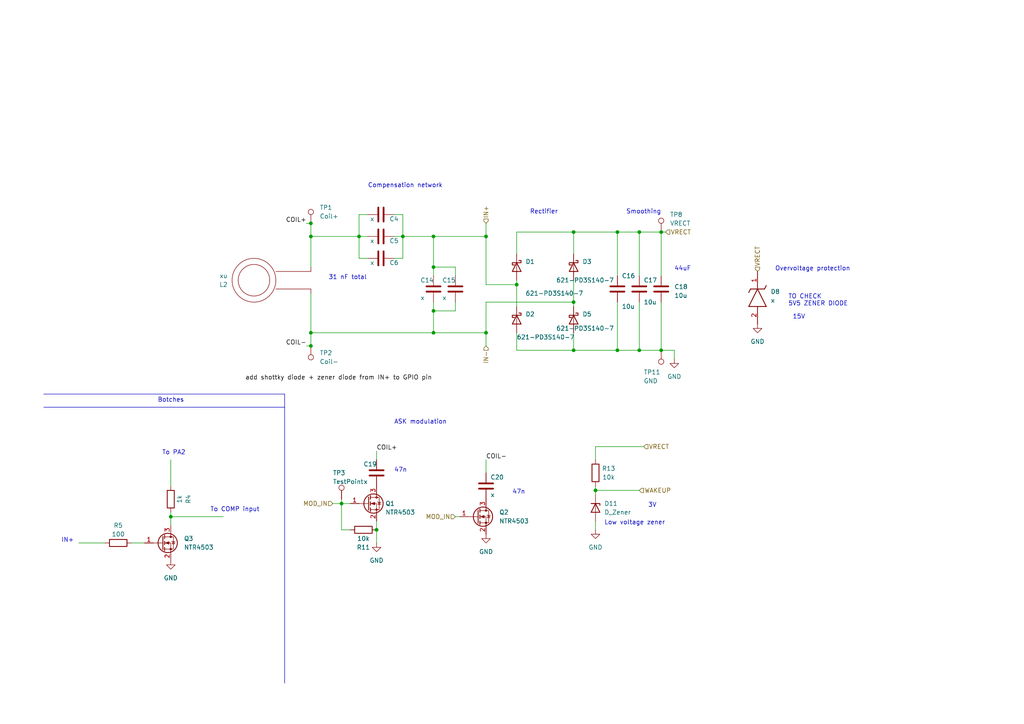
<source format=kicad_sch>
(kicad_sch (version 20231120) (generator "eeschema") (generator_version "8.0")
  (paper "A4")
  (lib_symbols
    (symbol "Connector:TestPoint" (pin_numbers hide) (pin_names (offset 0.762) hide)
      (property "Reference" "TP" (at 0 6.858 0))
      (property "Value" "TestPoint" (at 0 5.08 0))
      (symbol "TestPoint_0_1"
        (circle (center 0 3.302) (radius 0.762))
      )
      (symbol "TestPoint_1_1"
        (pin passive line (at 0 0 90) (length 2.54) (name "1") (number "1"))
      )
    )
    (symbol "D24V0S1U2TQ-7:D24V0S1U2TQ-7" (pin_names hide)
      (property "Reference" "D" (at 10.16 8.89 0))
      (property "Value" "D24V0S1U2TQ-7" (at 10.16 6.35 0))
      (symbol "D24V0S1U2TQ-7_1_1"
        (polyline (pts (xy 4.064 2.54) (xy 5.08 2.032)) (stroke (width 0.254)))
        (polyline (pts (xy 5.08 -2.032) (xy 5.08 2.032)) (stroke (width 0.254)))
        (polyline (pts (xy 5.08 -2.032) (xy 6.096 -2.54)) (stroke (width 0.254)))
        (polyline (pts (xy 5.08 0) (xy 10.16 2.54)) (stroke (width 0.254)))
        (polyline (pts (xy 10.16 -2.54) (xy 5.08 0)) (stroke (width 0.254)))
        (polyline (pts (xy 10.16 -2.54) (xy 10.16 2.54)) (stroke (width 0.254)))
        (pin passive line (at 0 0 0) (length 5.08) (name "K") (number "1"))
        (pin passive line (at 15.24 0 180) (length 5.08) (name "A") (number "2"))
      )
    )
    (symbol "Device:C" (pin_numbers hide) (pin_names (offset 0.254))
      (property "Reference" "C" (at 0.635 2.54 0))
      (property "Value" "C" (at 0.635 -2.54 0))
      (symbol "C_0_1"
        (polyline (pts (xy -2.032 -0.762) (xy 2.032 -0.762)) (stroke (width 0.508)))
        (polyline (pts (xy -2.032 0.762) (xy 2.032 0.762)) (stroke (width 0.508)))
      )
      (symbol "C_1_1"
        (pin passive line (at 0 3.81 270) (length 2.794) (name "~") (number "1"))
        (pin passive line (at 0 -3.81 90) (length 2.794) (name "~") (number "2"))
      )
    )
    (symbol "Device:D_Schottky" (pin_numbers hide) (pin_names (offset 1.016) hide)
      (property "Reference" "D" (at 0 2.54 0))
      (property "Value" "D_Schottky" (at 0 -2.54 0))
      (symbol "D_Schottky_0_1"
        (polyline (pts (xy 1.27 0) (xy -1.27 0)))
        (polyline (pts (xy 1.27 1.27) (xy 1.27 -1.27) (xy -1.27 0) (xy 1.27 1.27)) (stroke (width 0.254)))
        (polyline (pts (xy -1.905 0.635) (xy -1.905 1.27) (xy -1.27 1.27) (xy -1.27 -1.27) (xy -0.635 -1.27) (xy -0.635 -0.635)) (stroke (width 0.254)))
      )
      (symbol "D_Schottky_1_1"
        (pin passive line (at -3.81 0 0) (length 2.54) (name "K") (number "1"))
        (pin passive line (at 3.81 0 180) (length 2.54) (name "A") (number "2"))
      )
    )
    (symbol "Device:D_Zener" (pin_numbers hide) (pin_names (offset 1.016) hide)
      (property "Reference" "D" (at 0 2.54 0))
      (property "Value" "D_Zener" (at 0 -2.54 0))
      (symbol "D_Zener_0_1"
        (polyline (pts (xy 1.27 0) (xy -1.27 0)))
        (polyline (pts (xy -1.27 -1.27) (xy -1.27 1.27) (xy -0.762 1.27)) (stroke (width 0.254)))
        (polyline (pts (xy 1.27 -1.27) (xy 1.27 1.27) (xy -1.27 0) (xy 1.27 -1.27)) (stroke (width 0.254)))
      )
      (symbol "D_Zener_1_1"
        (pin passive line (at -3.81 0 0) (length 2.54) (name "K") (number "1"))
        (pin passive line (at 3.81 0 180) (length 2.54) (name "A") (number "2"))
      )
    )
    (symbol "Device:R" (pin_numbers hide) (pin_names (offset 0))
      (property "Reference" "R" (at 2.032 0 90))
      (property "Value" "R" (at 0 0 90))
      (symbol "R_0_1"
        (rectangle (start -1.016 -2.54) (end 1.016 2.54) (stroke (width 0.254)))
      )
      (symbol "R_1_1"
        (pin passive line (at 0 3.81 270) (length 1.27) (name "~") (number "1"))
        (pin passive line (at 0 -3.81 90) (length 1.27) (name "~") (number "2"))
      )
    )
    (symbol "L_1" (pin_numbers hide) (pin_names (offset 1.016) hide)
      (property "Reference" "L2" (at 25.4 1.27 0))
      (property "Value" "6.8u" (at 25.4 -1.27 0))
      (symbol "L_1_0_1"
        (polyline (pts (xy 0 -2.54) (xy 10.16 -2.54)))
        (polyline (pts (xy 0 2.54) (xy 10.16 2.54)))
        (circle (center 16.51 0) (radius 4.5791))
        (circle (center 16.51 0) (radius 6.35))
      )
      (symbol "L_1_1_1"
        (pin passive line (at 0 3.81 270) (length 1.27) (name "1") (number "1"))
        (pin passive line (at 0 -3.81 90) (length 1.27) (name "2") (number "2"))
      )
    )
    (symbol "Transistor_FET:BSS138" (pin_names hide)
      (property "Reference" "Q" (at 5.08 1.905 0))
      (property "Value" "BSS138" (at 5.08 0 0))
      (symbol "BSS138_0_1"
        (polyline (pts (xy 0.254 0) (xy -2.54 0)))
        (polyline (pts (xy 0.254 1.905) (xy 0.254 -1.905)) (stroke (width 0.254)))
        (polyline (pts (xy 0.762 -1.27) (xy 0.762 -2.286)) (stroke (width 0.254)))
        (polyline (pts (xy 0.762 0.508) (xy 0.762 -0.508)) (stroke (width 0.254)))
        (polyline (pts (xy 0.762 2.286) (xy 0.762 1.27)) (stroke (width 0.254)))
        (polyline (pts (xy 2.54 2.54) (xy 2.54 1.778)))
        (polyline (pts (xy 2.54 -2.54) (xy 2.54 0) (xy 0.762 0)))
        (polyline (pts (xy 0.762 -1.778) (xy 3.302 -1.778) (xy 3.302 1.778) (xy 0.762 1.778)))
        (polyline (pts (xy 1.016 0) (xy 2.032 0.381) (xy 2.032 -0.381) (xy 1.016 0)) (fill (type outline)))
        (polyline (pts (xy 2.794 0.508) (xy 2.921 0.381) (xy 3.683 0.381) (xy 3.81 0.254)))
        (polyline (pts (xy 3.302 0.381) (xy 2.921 -0.254) (xy 3.683 -0.254) (xy 3.302 0.381)))
        (circle (center 1.651 0) (radius 2.794) (stroke (width 0.254)))
        (circle (center 2.54 -1.778) (radius 0.254) (fill (type outline)))
        (circle (center 2.54 1.778) (radius 0.254) (fill (type outline)))
      )
      (symbol "BSS138_1_1"
        (pin input line (at -5.08 0 0) (length 2.54) (name "G") (number "1"))
        (pin passive line (at 2.54 -5.08 90) (length 2.54) (name "S") (number "2"))
        (pin passive line (at 2.54 5.08 270) (length 2.54) (name "D") (number "3"))
      )
    )
    (symbol "power:GND" (power) (pin_names (offset 0))
      (property "Value" "GND" (at 0 -3.81 0))
      (symbol "GND_0_1"
        (polyline (pts (xy 0 0) (xy 0 -1.27) (xy 1.27 -1.27) (xy 0 -2.54) (xy -1.27 -1.27) (xy 0 -1.27)))
      )
      (symbol "GND_1_1"
        (pin power_in line (at 0 0 270) (length 0) hide (name "GND") (number "1"))
      )
    )
  )
  (junction (at 90.17 96.52))
  (junction (at 99.06 146.05))
  (junction (at 125.73 90.17))
  (junction (at 125.73 96.52))
  (junction (at 166.37 87.63))
  (junction (at 90.17 68.58))
  (junction (at 104.14 68.58))
  (junction (at 179.07 67.31))
  (junction (at 49.53 149.86))
  (junction (at 166.37 67.31))
  (junction (at 125.73 68.58))
  (junction (at 191.77 101.6))
  (junction (at 140.97 68.58))
  (junction (at 185.42 101.6))
  (junction (at 166.37 101.6))
  (junction (at 172.72 142.24))
  (junction (at 185.42 67.31))
  (junction (at 90.17 64.77))
  (junction (at 116.84 68.58))
  (junction (at 109.22 153.67))
  (junction (at 149.86 82.55))
  (junction (at 179.07 101.6))
  (junction (at 191.77 67.31))
  (junction (at 125.73 77.47))
  (junction (at 140.97 96.52))
  (junction (at 90.17 100.33))
  (wire (pts (xy 22.86 157.48) (xy 30.48 157.48)))
  (wire (pts (xy 88.9 100.33) (xy 90.17 100.33)))
  (wire (pts (xy 172.72 129.54) (xy 172.72 133.35)))
  (wire (pts (xy 109.22 133.35) (xy 109.22 130.81)))
  (wire (pts (xy 99.06 146.05) (xy 101.6 146.05)))
  (wire (pts (xy 99.06 153.67) (xy 101.6 153.67)))
  (wire (pts (xy 90.17 100.33) (xy 90.17 96.52)))
  (wire (pts (xy 172.72 129.54) (xy 186.69 129.54)))
  (wire (pts (xy 125.73 87.63) (xy 125.73 90.17)))
  (wire (pts (xy 149.86 73.66) (xy 149.86 67.31)))
  (wire (pts (xy 116.84 62.23) (xy 114.3 62.23)))
  (wire (pts (xy 132.08 87.63) (xy 132.08 90.17)))
  (wire (pts (xy 90.17 96.52) (xy 90.17 85.09)))
  (wire (pts (xy 166.37 96.52) (xy 166.37 101.6)))
  (wire (pts (xy 125.73 90.17) (xy 125.73 96.52)))
  (wire (pts (xy 140.97 87.63) (xy 166.37 87.63)))
  (wire (pts (xy 149.86 82.55) (xy 149.86 88.9)))
  (wire (pts (xy 125.73 77.47) (xy 132.08 77.47)))
  (wire (pts (xy 114.3 68.58) (xy 116.84 68.58)))
  (wire (pts (xy 104.14 68.58) (xy 106.68 68.58)))
  (wire (pts (xy 179.07 101.6) (xy 185.42 101.6)))
  (wire (pts (xy 106.68 62.23) (xy 104.14 62.23)))
  (wire (pts (xy 116.84 68.58) (xy 125.73 68.58)))
  (polyline (pts (xy 82.55 114.3) (xy 12.7 114.3)))
  (wire (pts (xy 195.58 101.6) (xy 195.58 104.14)))
  (wire (pts (xy 166.37 67.31) (xy 166.37 73.66)))
  (wire (pts (xy 172.72 151.13) (xy 172.72 153.67)))
  (wire (pts (xy 104.14 74.93) (xy 106.68 74.93)))
  (wire (pts (xy 191.77 101.6) (xy 195.58 101.6)))
  (wire (pts (xy 49.53 133.35) (xy 49.53 140.97)))
  (wire (pts (xy 90.17 96.52) (xy 125.73 96.52)))
  (wire (pts (xy 99.06 144.78) (xy 99.06 146.05)))
  (wire (pts (xy 179.07 67.31) (xy 185.42 67.31)))
  (wire (pts (xy 104.14 68.58) (xy 104.14 74.93)))
  (wire (pts (xy 172.72 142.24) (xy 185.42 142.24)))
  (wire (pts (xy 140.97 96.52) (xy 140.97 87.63)))
  (wire (pts (xy 104.14 62.23) (xy 104.14 68.58)))
  (wire (pts (xy 149.86 81.28) (xy 149.86 82.55)))
  (wire (pts (xy 49.53 149.86) (xy 49.53 152.4)))
  (wire (pts (xy 114.3 74.93) (xy 116.84 74.93)))
  (wire (pts (xy 179.07 87.63) (xy 179.07 101.6)))
  (wire (pts (xy 166.37 67.31) (xy 179.07 67.31)))
  (wire (pts (xy 90.17 64.77) (xy 90.17 68.58)))
  (wire (pts (xy 116.84 68.58) (xy 116.84 62.23)))
  (wire (pts (xy 140.97 82.55) (xy 149.86 82.55)))
  (polyline (pts (xy 82.55 198.12) (xy 82.55 114.3)))
  (wire (pts (xy 99.06 146.05) (xy 96.52 146.05)))
  (wire (pts (xy 149.86 67.31) (xy 166.37 67.31)))
  (wire (pts (xy 185.42 87.63) (xy 185.42 101.6)))
  (wire (pts (xy 179.07 80.01) (xy 179.07 67.31)))
  (wire (pts (xy 185.42 80.01) (xy 185.42 67.31)))
  (wire (pts (xy 140.97 64.77) (xy 140.97 68.58)))
  (wire (pts (xy 88.9 64.77) (xy 90.17 64.77)))
  (wire (pts (xy 125.73 77.47) (xy 125.73 80.01)))
  (wire (pts (xy 149.86 101.6) (xy 166.37 101.6)))
  (wire (pts (xy 185.42 101.6) (xy 191.77 101.6)))
  (wire (pts (xy 125.73 96.52) (xy 140.97 96.52)))
  (wire (pts (xy 172.72 142.24) (xy 172.72 143.51)))
  (wire (pts (xy 140.97 68.58) (xy 140.97 82.55)))
  (wire (pts (xy 172.72 140.97) (xy 172.72 142.24)))
  (wire (pts (xy 166.37 81.28) (xy 166.37 87.63)))
  (wire (pts (xy 90.17 68.58) (xy 90.17 77.47)))
  (wire (pts (xy 109.22 153.67) (xy 109.22 151.13)))
  (wire (pts (xy 132.08 90.17) (xy 125.73 90.17)))
  (wire (pts (xy 116.84 74.93) (xy 116.84 68.58)))
  (wire (pts (xy 140.97 96.52) (xy 140.97 100.33)))
  (wire (pts (xy 185.42 67.31) (xy 191.77 67.31)))
  (wire (pts (xy 149.86 96.52) (xy 149.86 101.6)))
  (wire (pts (xy 49.53 149.86) (xy 64.77 149.86)))
  (wire (pts (xy 166.37 87.63) (xy 166.37 88.9)))
  (wire (pts (xy 191.77 87.63) (xy 191.77 101.6)))
  (wire (pts (xy 191.77 67.31) (xy 193.04 67.31)))
  (wire (pts (xy 99.06 146.05) (xy 99.06 153.67)))
  (wire (pts (xy 49.53 148.59) (xy 49.53 149.86)))
  (wire (pts (xy 166.37 101.6) (xy 179.07 101.6)))
  (wire (pts (xy 132.08 77.47) (xy 132.08 80.01)))
  (wire (pts (xy 132.08 149.86) (xy 133.35 149.86)))
  (wire (pts (xy 109.22 157.48) (xy 109.22 153.67)))
  (wire (pts (xy 38.1 157.48) (xy 41.91 157.48)))
  (wire (pts (xy 125.73 68.58) (xy 125.73 77.47)))
  (wire (pts (xy 125.73 68.58) (xy 140.97 68.58)))
  (polyline (pts (xy 12.7 118.11) (xy 82.55 118.11)))
  (wire (pts (xy 90.17 68.58) (xy 104.14 68.58)))
  (wire (pts (xy 140.97 137.16) (xy 140.97 133.35)))
  (wire (pts (xy 191.77 67.31) (xy 191.77 80.01)))
  (text "Botches" (at 45.72 116.84 0) (effects (font (size 1.27 1.27)) (justify left bottom)))
  (text "47n" (at 114.3 137.16 0) (effects (font (size 1.27 1.27)) (justify left bottom)))
  (text "47n" (at 148.59 143.51 0) (effects (font (size 1.27 1.27)) (justify left bottom)))
  (text "31 nF total" (at 95.25 81.28 0) (effects (font (size 1.27 1.27)) (justify left bottom)))
  (text "To COMP input" (at 60.96 148.59 0) (effects (font (size 1.27 1.27)) (justify left bottom)))
  (text "Low voltage zener" (at 175.26 152.4 0) (effects (font (size 1.27 1.27)) (justify left bottom)))
  (text "ASK modulation" (at 114.3 123.19 0) (effects (font (size 1.27 1.27)) (justify left bottom)))
  (text "IN+" (at 17.78 157.48 0) (effects (font (size 1.27 1.27)) (justify left bottom)))
  (text "Overvoltage protection" (at 224.79 78.74 0) (effects (font (size 1.27 1.27)) (justify left bottom)))
  (text "Rectifier" (at 153.67 62.23 0) (effects (font (size 1.27 1.27)) (justify left bottom)))
  (text "Compensation network" (at 106.68 54.61 0) (effects (font (size 1.27 1.27)) (justify left bottom)))
  (text "3V" (at 187.96 147.32 0) (effects (font (size 1.27 1.27)) (justify left bottom)))
  (text "To PA2" (at 46.99 132.08 0) (effects (font (size 1.27 1.27)) (justify left bottom)))
  (text "15V" (at 229.87 92.71 0) (effects (font (size 1.27 1.27)) (justify left bottom)))
  (text "44uF" (at 195.58 78.74 0) (effects (font (size 1.27 1.27)) (justify left bottom)))
  (text "Smoothing" (at 181.61 62.23 0) (effects (font (size 1.27 1.27)) (justify left bottom)))
  (text "TO CHECK\n5V5 ZENER DIODE" (at 228.6 88.9 0) (effects (font (size 1.27 1.27)) (justify left bottom)))
  (label "COIL-" (at 88.9 100.33 180))
  (label "add shottky diode + zener diode from IN+ to GPIO pin" (at 71.12 110.49 0))
  (label "COIL-" (at 140.97 133.35 0))
  (label "COIL+" (at 88.9 64.77 180))
  (label "COIL+" (at 109.22 130.81 0))
  (hierarchical_label "VRECT" (shape input) (at 219.71 78.74 90))
  (hierarchical_label "WAKEUP" (shape input) (at 185.42 142.24 0))
  (hierarchical_label "VRECT" (shape input) (at 193.04 67.31 0))
  (hierarchical_label "IN+" (shape input) (at 140.97 64.77 90))
  (hierarchical_label "MOD_IN" (shape input) (at 132.08 149.86 180))
  (hierarchical_label "MOD_IN" (shape input) (at 96.52 146.05 180))
  (hierarchical_label "VRECT" (shape input) (at 186.69 129.54 0))
  (hierarchical_label "IN-" (shape input) (at 140.97 100.33 270))
  (symbol (lib_id "Device:C") (at 191.77 83.82 0) (unit 1)
    (property "Reference" "C18" (at 195.58 83.185 0) (effects (justify left)))
    (property "Value" "10u" (at 195.58 85.725 0) (effects (justify left)))
    (property "Footprint" "Capacitor_SMD:C_0603_1608Metric_Pad1.08x0.95mm_HandSolder" (effects (hide yes)))
  )
  (symbol (lib_id "Device:R") (at 34.29 157.48 270) (unit 1)
    (property "Reference" "R5" (at 34.29 152.4 90))
    (property "Value" "100" (at 34.29 154.94 90))
    (property "Footprint" "Resistor_SMD:R_0603_1608Metric_Pad0.98x0.95mm_HandSolder" (effects (hide yes)))
  )
  (symbol (lib_id "Device:D_Schottky") (at 166.37 77.47 270) (unit 1)
    (property "Reference" "D3" (at 168.91 75.8825 90) (effects (justify left)))
    (property "Value" "621-PD3S140-7" (at 161.29 81.28 90) (effects (justify left)))
    (property "Footprint" "Diode_SMD:D_SOD-323_HandSoldering" (effects (hide yes)))
  )
  (symbol (lib_id "Device:D_Zener") (at 172.72 147.32 270) (unit 1)
    (property "Reference" "D11" (at 175.26 146.05 90) (effects (justify left)))
    (property "Value" "D_Zener" (at 175.26 148.59 90) (effects (justify left)))
    (property "Footprint" "Diode_SMD:D_SOD-523" (effects (hide yes)))
  )
  (symbol (lib_id "Device:C") (at 109.22 137.16 0) (unit 1)
    (property "Reference" "C19" (at 105.41 134.62 0) (effects (justify left)))
    (property "Value" "x" (at 105.41 139.7 0) (effects (justify left)))
    (property "Footprint" "Capacitor_SMD:C_0603_1608Metric_Pad1.08x0.95mm_HandSolder" (effects (hide yes)))
  )
  (symbol (lib_id "Device:C") (at 140.97 140.97 0) (unit 1)
    (property "Reference" "C20" (at 142.24 138.43 0) (effects (justify left)))
    (property "Value" "x" (at 142.24 143.51 0) (effects (justify left)))
    (property "Footprint" "Capacitor_SMD:C_0603_1608Metric_Pad1.08x0.95mm_HandSolder" (effects (hide yes)))
  )
  (symbol (lib_id "Device:D_Schottky") (at 149.86 92.71 270) (unit 1)
    (property "Reference" "D2" (at 152.4 91.1225 90) (effects (justify left)))
    (property "Value" "621-PD3S140-7" (at 149.86 97.79 90) (effects (justify left)))
    (property "Footprint" "Diode_SMD:D_SOD-323_HandSoldering" (effects (hide yes)))
  )
  (symbol (lib_id "power:GND") (at 49.53 162.56 0) (unit 1)
    (property "Reference" "#PWR06" (effects (hide yes)))
    (property "Value" "GND" (at 49.53 167.64 0))
  )
  (symbol (lib_id "Device:D_Schottky") (at 149.86 77.47 270) (unit 1)
    (property "Reference" "D1" (at 152.4 75.8825 90) (effects (justify left)))
    (property "Value" "621-PD3S140-7" (at 152.4 85.09 90) (effects (justify left)))
    (property "Footprint" "Diode_SMD:D_SOD-323_HandSoldering" (effects (hide yes)))
  )
  (symbol (lib_id "D24V0S1U2TQ-7:D24V0S1U2TQ-7") (at 219.71 78.74 270) (unit 1)
    (property "Reference" "D8" (at 223.52 84.582 90) (effects (justify left)))
    (property "Value" "x" (at 223.52 87.122 90) (effects (justify left)))
    (property "Footprint" "Diode_SMD:D_SOD-323_HandSoldering" (effects (hide yes)))
    (property "Datasheet" "https://www.diodes.com/assets/Datasheets/D24V0S1U2TQ.pdf" (effects (hide yes)))
    (property "Height" "0" (effects (hide yes)))
    (property "Mouser Part Number" "621-D24V0S1U2TQ-7" (effects (hide yes)))
    (property "Mouser Price/Stock" "https://www.mouser.co.uk/ProductDetail/Diodes-Incorporated/D24V0S1U2TQ-7?qs=Cb2nCFKsA8qKUfOVQ93XsQ%3D%3D" (effects (hide yes)))
    (property "Manufacturer_Name" "Diodes Incorporated" (effects (hide yes)))
    (property "Manufacturer_Part_Number" "D24V0S1U2TQ-7" (effects (hide yes)))
  )
  (symbol (lib_id "Connector:TestPoint") (at 191.77 101.6 180) (unit 1)
    (property "Reference" "TP11" (at 186.69 107.95 0) (effects (justify right)))
    (property "Value" "GND" (at 186.69 110.49 0) (effects (justify right)))
    (property "Footprint" "TestPoint:TestPoint_THTPad_2.5x2.5mm_Drill1.2mm" (effects (hide yes)))
  )
  (symbol (lib_id "Device:C") (at 179.07 83.82 0) (unit 1)
    (property "Reference" "C16" (at 180.34 80.01 0) (effects (justify left)))
    (property "Value" "10u" (at 180.34 88.9 0) (effects (justify left)))
    (property "Footprint" "Capacitor_SMD:C_0603_1608Metric_Pad1.08x0.95mm_HandSolder" (effects (hide yes)))
  )
  (symbol (lib_id "Device:C") (at 110.49 62.23 90) (unit 1)
    (property "Reference" "C4" (at 114.3 63.5 90))
    (property "Value" "x" (at 107.95 63.5 90))
    (property "Footprint" "Capacitor_SMD:C_0805_2012Metric_Pad1.18x1.45mm_HandSolder" (effects (hide yes)))
  )
  (symbol (lib_id "Device:R") (at 49.53 144.78 180) (unit 1)
    (property "Reference" "R4" (at 54.61 144.78 90))
    (property "Value" "1k" (at 52.07 144.78 90))
    (property "Footprint" "Resistor_SMD:R_0603_1608Metric_Pad0.98x0.95mm_HandSolder" (effects (hide yes)))
  )
  (symbol (lib_id "Device:C") (at 125.73 83.82 0) (unit 1)
    (property "Reference" "C14" (at 121.92 81.28 0) (effects (justify left)))
    (property "Value" "x" (at 121.92 86.36 0) (effects (justify left)))
    (property "Footprint" "Capacitor_SMD:C_0805_2012Metric_Pad1.18x1.45mm_HandSolder" (effects (hide yes)))
  )
  (symbol (lib_id "Transistor_FET:BSS138") (at 138.43 149.86 0) (unit 1)
    (property "Reference" "Q2" (at 144.78 148.59 0) (effects (justify left)))
    (property "Value" "NTR4503" (at 144.78 151.13 0) (effects (justify left)))
    (property "Footprint" "Package_TO_SOT_SMD:SOT-23" (effects (hide yes)))
    (property "Datasheet" "https://www.onsemi.com/pub/Collateral/BSS138-D.PDF" (effects (hide yes)))
  )
  (symbol (lib_id "Connector:TestPoint") (at 90.17 100.33 180) (unit 1)
    (property "Reference" "TP2" (at 92.71 102.362 0) (effects (justify right)))
    (property "Value" "Coil-" (at 92.71 104.902 0) (effects (justify right)))
    (property "Footprint" "TestPoint:TestPoint_THTPad_2.5x2.5mm_Drill1.2mm" (effects (hide yes)))
  )
  (symbol (lib_id "Device:D_Schottky") (at 166.37 92.71 270) (unit 1)
    (property "Reference" "D5" (at 168.91 91.1225 90) (effects (justify left)))
    (property "Value" "621-PD3S140-7" (at 161.29 95.25 90) (effects (justify left)))
    (property "Footprint" "Diode_SMD:D_SOD-323_HandSoldering" (effects (hide yes)))
  )
  (symbol (lib_id "Transistor_FET:BSS138") (at 106.68 146.05 0) (unit 1)
    (property "Reference" "Q1" (at 111.76 146.05 0) (effects (justify left)))
    (property "Value" "NTR4503" (at 111.76 148.59 0) (effects (justify left)))
    (property "Footprint" "Package_TO_SOT_SMD:SOT-23" (effects (hide yes)))
    (property "Datasheet" "https://www.onsemi.com/pub/Collateral/BSS138-D.PDF" (effects (hide yes)))
  )
  (symbol (lib_id "power:GND") (at 140.97 154.94 0) (unit 1)
    (property "Reference" "#PWR020" (effects (hide yes)))
    (property "Value" "GND" (at 140.97 160.02 0))
  )
  (symbol (lib_id "Transistor_FET:BSS138") (at 46.99 157.48 0) (unit 1)
    (property "Reference" "Q3" (at 53.34 156.21 0) (effects (justify left)))
    (property "Value" "NTR4503" (at 53.34 158.75 0) (effects (justify left)))
    (property "Footprint" "Package_TO_SOT_SMD:SOT-23" (effects (hide yes)))
    (property "Datasheet" "https://www.onsemi.com/pub/Collateral/BSS138-D.PDF" (effects (hide yes)))
  )
  (symbol (lib_id "Connector:TestPoint") (at 90.17 64.77 0) (unit 1)
    (property "Reference" "TP1" (at 92.71 60.198 0) (effects (justify left)))
    (property "Value" "Coil+" (at 92.71 62.738 0) (effects (justify left)))
    (property "Footprint" "TestPoint:TestPoint_THTPad_2.5x2.5mm_Drill1.2mm" (effects (hide yes)))
  )
  (symbol (lib_id "Connector:TestPoint") (at 191.77 67.31 0) (unit 1)
    (property "Reference" "TP8" (at 194.31 62.23 0) (effects (justify left)))
    (property "Value" "VRECT" (at 194.31 64.77 0) (effects (justify left)))
    (property "Footprint" "TestPoint:TestPoint_THTPad_2.5x2.5mm_Drill1.2mm" (effects (hide yes)))
  )
  (symbol (lib_id "Device:R") (at 105.41 153.67 90) (unit 1)
    (property "Reference" "R11" (at 105.41 158.75 90))
    (property "Value" "10k" (at 105.41 156.21 90))
    (property "Footprint" "Resistor_SMD:R_0603_1608Metric_Pad0.98x0.95mm_HandSolder" (effects (hide yes)))
  )
  (symbol (lib_id "Device:C") (at 132.08 83.82 0) (unit 1)
    (property "Reference" "C15" (at 128.27 81.28 0) (effects (justify left)))
    (property "Value" "x" (at 128.27 86.36 0) (effects (justify left)))
    (property "Footprint" "Capacitor_SMD:C_0805_2012Metric_Pad1.18x1.45mm_HandSolder" (effects (hide yes)))
  )
  (symbol (lib_id "power:GND") (at 219.71 93.98 0) (unit 1)
    (property "Reference" "#PWR018" (effects (hide yes)))
    (property "Value" "GND" (at 219.71 99.06 0))
  )
  (symbol (lib_id "Device:C") (at 110.49 68.58 90) (unit 1)
    (property "Reference" "C5" (at 114.3 69.85 90))
    (property "Value" "x" (at 107.95 69.85 90))
    (property "Footprint" "Capacitor_SMD:C_0805_2012Metric_Pad1.18x1.45mm_HandSolder" (effects (hide yes)))
  )
  (symbol (lib_id "Connector:TestPoint") (at 99.06 144.78 0) (unit 1)
    (property "Reference" "TP3" (at 96.52 137.16 0) (effects (justify left)))
    (property "Value" "TestPoint" (at 96.52 139.7 0) (effects (justify left)))
    (property "Footprint" "TestPoint:TestPoint_Pad_2.5x2.5mm" (effects (hide yes)))
  )
  (symbol (lib_name "L_1") (lib_id "Device:L") (at 90.17 81.28 180) (unit 1)
    (property "Reference" "L2" (at 66.04 82.55 0) (effects (justify left)))
    (property "Value" "xu" (at 66.04 80.01 0) (effects (justify left)))
    (property "Footprint" "Coil:Wurth Coil Connector" (effects (hide yes)))
    (instances (project "wpt_receiver" (path "" (reference "L2") (unit 1))) (project "driver_prereg_combined" (path "" (reference "L2") (unit 1))) (project "driver" (path "" (reference "L1") (unit 1))))
  )
  (symbol (lib_id "Device:R") (at 172.72 137.16 180) (unit 1)
    (property "Reference" "R13" (at 176.53 135.89 0))
    (property "Value" "10k" (at 176.53 138.43 0))
    (property "Footprint" "Resistor_SMD:R_0603_1608Metric_Pad0.98x0.95mm_HandSolder" (effects (hide yes)))
  )
  (symbol (lib_id "power:GND") (at 109.22 157.48 0) (unit 1)
    (property "Reference" "#PWR019" (effects (hide yes)))
    (property "Value" "GND" (at 109.22 162.56 0))
  )
  (symbol (lib_id "power:GND") (at 172.72 153.67 0) (unit 1)
    (property "Reference" "#PWR035" (effects (hide yes)))
    (property "Value" "GND" (at 172.72 158.75 0))
  )
  (symbol (lib_id "power:GND") (at 195.58 104.14 0) (unit 1)
    (property "Reference" "#PWR05" (effects (hide yes)))
    (property "Value" "GND" (at 195.58 109.22 0))
  )
  (symbol (lib_id "Device:C") (at 185.42 83.82 0) (unit 1)
    (property "Reference" "C17" (at 186.69 81.28 0) (effects (justify left)))
    (property "Value" "10u" (at 186.69 87.63 0) (effects (justify left)))
    (property "Footprint" "Capacitor_SMD:C_0603_1608Metric_Pad1.08x0.95mm_HandSolder" (effects (hide yes)))
  )
  (symbol (lib_id "Device:C") (at 110.49 74.93 90) (unit 1)
    (property "Reference" "C6" (at 114.3 76.2 90))
    (property "Value" "x" (at 107.95 76.2 90))
    (property "Footprint" "Capacitor_SMD:C_0805_2012Metric_Pad1.18x1.45mm_HandSolder" (effects (hide yes)))
  )
)
</source>
